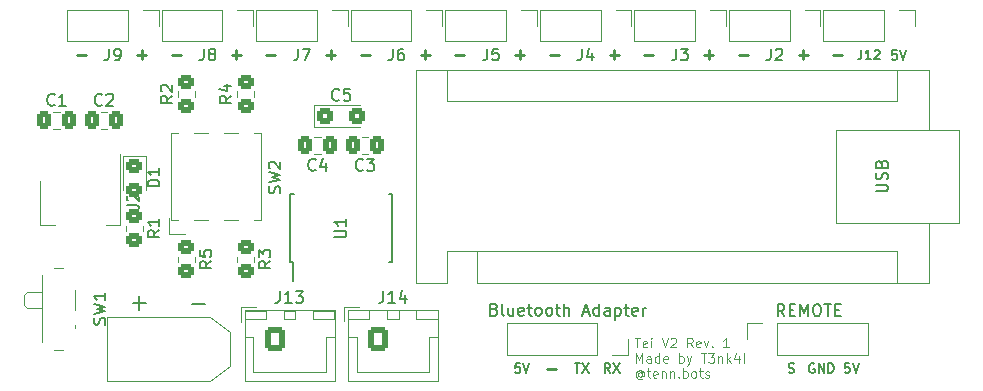
<source format=gbr>
%TF.GenerationSoftware,KiCad,Pcbnew,7.0.9*%
%TF.CreationDate,2024-01-21T19:27:48-06:00*%
%TF.ProjectId,Tei,5465692e-6b69-4636-9164-5f7063625858,1*%
%TF.SameCoordinates,Original*%
%TF.FileFunction,Legend,Top*%
%TF.FilePolarity,Positive*%
%FSLAX46Y46*%
G04 Gerber Fmt 4.6, Leading zero omitted, Abs format (unit mm)*
G04 Created by KiCad (PCBNEW 7.0.9) date 2024-01-21 19:27:48*
%MOMM*%
%LPD*%
G01*
G04 APERTURE LIST*
G04 Aperture macros list*
%AMRoundRect*
0 Rectangle with rounded corners*
0 $1 Rounding radius*
0 $2 $3 $4 $5 $6 $7 $8 $9 X,Y pos of 4 corners*
0 Add a 4 corners polygon primitive as box body*
4,1,4,$2,$3,$4,$5,$6,$7,$8,$9,$2,$3,0*
0 Add four circle primitives for the rounded corners*
1,1,$1+$1,$2,$3*
1,1,$1+$1,$4,$5*
1,1,$1+$1,$6,$7*
1,1,$1+$1,$8,$9*
0 Add four rect primitives between the rounded corners*
20,1,$1+$1,$2,$3,$4,$5,0*
20,1,$1+$1,$4,$5,$6,$7,0*
20,1,$1+$1,$6,$7,$8,$9,0*
20,1,$1+$1,$8,$9,$2,$3,0*%
G04 Aperture macros list end*
%ADD10C,0.250000*%
%ADD11C,0.150000*%
%ADD12C,0.125000*%
%ADD13C,0.120000*%
%ADD14R,1.700000X1.700000*%
%ADD15O,1.700000X1.700000*%
%ADD16RoundRect,0.250000X-0.450000X-0.425000X0.450000X-0.425000X0.450000X0.425000X-0.450000X0.425000X0*%
%ADD17RoundRect,0.250000X0.337500X0.475000X-0.337500X0.475000X-0.337500X-0.475000X0.337500X-0.475000X0*%
%ADD18RoundRect,0.250000X-0.450000X0.350000X-0.450000X-0.350000X0.450000X-0.350000X0.450000X0.350000X0*%
%ADD19RoundRect,0.250000X-0.337500X-0.475000X0.337500X-0.475000X0.337500X0.475000X-0.337500X0.475000X0*%
%ADD20R,0.450000X1.750000*%
%ADD21R,1.600000X1.600000*%
%ADD22O,1.600000X1.600000*%
%ADD23RoundRect,0.250000X0.450000X-0.350000X0.450000X0.350000X-0.450000X0.350000X-0.450000X-0.350000X0*%
%ADD24RoundRect,0.250000X-0.450000X0.325000X-0.450000X-0.325000X0.450000X-0.325000X0.450000X0.325000X0*%
%ADD25C,2.200000*%
%ADD26R,1.500000X2.000000*%
%ADD27R,3.800000X2.000000*%
%ADD28R,0.800000X1.000000*%
%ADD29C,0.900000*%
%ADD30R,1.500000X0.700000*%
%ADD31R,1.000000X2.500000*%
%ADD32R,3.800000X3.800000*%
%ADD33C,4.000000*%
%ADD34RoundRect,0.250000X-0.600000X-0.750000X0.600000X-0.750000X0.600000X0.750000X-0.600000X0.750000X0*%
%ADD35O,1.700000X2.000000*%
G04 APERTURE END LIST*
D10*
X53295955Y29191834D02*
X54057860Y29191834D01*
X53676907Y28810881D02*
X53676907Y29572786D01*
X56219080Y29191834D02*
X56980985Y29191834D01*
X37289705Y29191834D02*
X38051610Y29191834D01*
X37670657Y28810881D02*
X37670657Y29572786D01*
X13280330Y29191834D02*
X14042235Y29191834D01*
X13661282Y28810881D02*
X13661282Y29572786D01*
D11*
X73594987Y3081205D02*
X73214035Y3081205D01*
X73214035Y3081205D02*
X73175939Y2700253D01*
X73175939Y2700253D02*
X73214035Y2738348D01*
X73214035Y2738348D02*
X73290225Y2776443D01*
X73290225Y2776443D02*
X73480701Y2776443D01*
X73480701Y2776443D02*
X73556892Y2738348D01*
X73556892Y2738348D02*
X73594987Y2700253D01*
X73594987Y2700253D02*
X73633082Y2624062D01*
X73633082Y2624062D02*
X73633082Y2433586D01*
X73633082Y2433586D02*
X73594987Y2357396D01*
X73594987Y2357396D02*
X73556892Y2319300D01*
X73556892Y2319300D02*
X73480701Y2281205D01*
X73480701Y2281205D02*
X73290225Y2281205D01*
X73290225Y2281205D02*
X73214035Y2319300D01*
X73214035Y2319300D02*
X73175939Y2357396D01*
X73861654Y3081205D02*
X74128321Y2281205D01*
X74128321Y2281205D02*
X74394987Y3081205D01*
D10*
X61299080Y29191834D02*
X62060985Y29191834D01*
X61680032Y28810881D02*
X61680032Y29572786D01*
D11*
X70597844Y3043110D02*
X70521654Y3081205D01*
X70521654Y3081205D02*
X70407368Y3081205D01*
X70407368Y3081205D02*
X70293082Y3043110D01*
X70293082Y3043110D02*
X70216892Y2966920D01*
X70216892Y2966920D02*
X70178797Y2890729D01*
X70178797Y2890729D02*
X70140701Y2738348D01*
X70140701Y2738348D02*
X70140701Y2624062D01*
X70140701Y2624062D02*
X70178797Y2471681D01*
X70178797Y2471681D02*
X70216892Y2395491D01*
X70216892Y2395491D02*
X70293082Y2319300D01*
X70293082Y2319300D02*
X70407368Y2281205D01*
X70407368Y2281205D02*
X70483559Y2281205D01*
X70483559Y2281205D02*
X70597844Y2319300D01*
X70597844Y2319300D02*
X70635940Y2357396D01*
X70635940Y2357396D02*
X70635940Y2624062D01*
X70635940Y2624062D02*
X70483559Y2624062D01*
X70978797Y2281205D02*
X70978797Y3081205D01*
X70978797Y3081205D02*
X71435940Y2281205D01*
X71435940Y2281205D02*
X71435940Y3081205D01*
X71816892Y2281205D02*
X71816892Y3081205D01*
X71816892Y3081205D02*
X72007368Y3081205D01*
X72007368Y3081205D02*
X72121654Y3043110D01*
X72121654Y3043110D02*
X72197844Y2966920D01*
X72197844Y2966920D02*
X72235939Y2890729D01*
X72235939Y2890729D02*
X72274035Y2738348D01*
X72274035Y2738348D02*
X72274035Y2624062D01*
X72274035Y2624062D02*
X72235939Y2471681D01*
X72235939Y2471681D02*
X72197844Y2395491D01*
X72197844Y2395491D02*
X72121654Y2319300D01*
X72121654Y2319300D02*
X72007368Y2281205D01*
X72007368Y2281205D02*
X71816892Y2281205D01*
D10*
X72225330Y29191834D02*
X72987235Y29191834D01*
X48215955Y29191834D02*
X48977860Y29191834D01*
D11*
X77598112Y29581205D02*
X77217160Y29581205D01*
X77217160Y29581205D02*
X77179064Y29200253D01*
X77179064Y29200253D02*
X77217160Y29238348D01*
X77217160Y29238348D02*
X77293350Y29276443D01*
X77293350Y29276443D02*
X77483826Y29276443D01*
X77483826Y29276443D02*
X77560017Y29238348D01*
X77560017Y29238348D02*
X77598112Y29200253D01*
X77598112Y29200253D02*
X77636207Y29124062D01*
X77636207Y29124062D02*
X77636207Y28933586D01*
X77636207Y28933586D02*
X77598112Y28857396D01*
X77598112Y28857396D02*
X77560017Y28819300D01*
X77560017Y28819300D02*
X77483826Y28781205D01*
X77483826Y28781205D02*
X77293350Y28781205D01*
X77293350Y28781205D02*
X77217160Y28819300D01*
X77217160Y28819300D02*
X77179064Y28857396D01*
X77864779Y29581205D02*
X78131446Y28781205D01*
X78131446Y28781205D02*
X78398112Y29581205D01*
X45699987Y3081205D02*
X45319035Y3081205D01*
X45319035Y3081205D02*
X45280939Y2700253D01*
X45280939Y2700253D02*
X45319035Y2738348D01*
X45319035Y2738348D02*
X45395225Y2776443D01*
X45395225Y2776443D02*
X45585701Y2776443D01*
X45585701Y2776443D02*
X45661892Y2738348D01*
X45661892Y2738348D02*
X45699987Y2700253D01*
X45699987Y2700253D02*
X45738082Y2624062D01*
X45738082Y2624062D02*
X45738082Y2433586D01*
X45738082Y2433586D02*
X45699987Y2357396D01*
X45699987Y2357396D02*
X45661892Y2319300D01*
X45661892Y2319300D02*
X45585701Y2281205D01*
X45585701Y2281205D02*
X45395225Y2281205D01*
X45395225Y2281205D02*
X45319035Y2319300D01*
X45319035Y2319300D02*
X45280939Y2357396D01*
X45966654Y3081205D02*
X46233321Y2281205D01*
X46233321Y2281205D02*
X46499987Y3081205D01*
D10*
X21283455Y29191834D02*
X22045360Y29191834D01*
X21664407Y28810881D02*
X21664407Y29572786D01*
D11*
X50322844Y3081205D02*
X50779987Y3081205D01*
X50551415Y2281205D02*
X50551415Y3081205D01*
X50970463Y3081205D02*
X51503797Y2281205D01*
X51503797Y3081205D02*
X50970463Y2281205D01*
D10*
X32209705Y29191834D02*
X32971610Y29191834D01*
X69302205Y29191834D02*
X70064110Y29191834D01*
X69683157Y28810881D02*
X69683157Y29572786D01*
X47947205Y2625584D02*
X48709110Y2625584D01*
X16203455Y29191834D02*
X16965360Y29191834D01*
X29286580Y29191834D02*
X30048485Y29191834D01*
X29667532Y28810881D02*
X29667532Y29572786D01*
X40212830Y29191834D02*
X40974735Y29191834D01*
X8200330Y29191834D02*
X8962235Y29191834D01*
X24206580Y29191834D02*
X24968485Y29191834D01*
X64222205Y29191834D02*
X64984110Y29191834D01*
D12*
X55408426Y5230405D02*
X55865569Y5230405D01*
X55636997Y4430405D02*
X55636997Y5230405D01*
X56436998Y4468500D02*
X56360807Y4430405D01*
X56360807Y4430405D02*
X56208426Y4430405D01*
X56208426Y4430405D02*
X56132236Y4468500D01*
X56132236Y4468500D02*
X56094140Y4544691D01*
X56094140Y4544691D02*
X56094140Y4849453D01*
X56094140Y4849453D02*
X56132236Y4925643D01*
X56132236Y4925643D02*
X56208426Y4963739D01*
X56208426Y4963739D02*
X56360807Y4963739D01*
X56360807Y4963739D02*
X56436998Y4925643D01*
X56436998Y4925643D02*
X56475093Y4849453D01*
X56475093Y4849453D02*
X56475093Y4773262D01*
X56475093Y4773262D02*
X56094140Y4697072D01*
X56817950Y4430405D02*
X56817950Y4963739D01*
X56817950Y5230405D02*
X56779854Y5192310D01*
X56779854Y5192310D02*
X56817950Y5154215D01*
X56817950Y5154215D02*
X56856045Y5192310D01*
X56856045Y5192310D02*
X56817950Y5230405D01*
X56817950Y5230405D02*
X56817950Y5154215D01*
X57694140Y5230405D02*
X57960807Y4430405D01*
X57960807Y4430405D02*
X58227473Y5230405D01*
X58456044Y5154215D02*
X58494140Y5192310D01*
X58494140Y5192310D02*
X58570330Y5230405D01*
X58570330Y5230405D02*
X58760806Y5230405D01*
X58760806Y5230405D02*
X58836997Y5192310D01*
X58836997Y5192310D02*
X58875092Y5154215D01*
X58875092Y5154215D02*
X58913187Y5078024D01*
X58913187Y5078024D02*
X58913187Y5001834D01*
X58913187Y5001834D02*
X58875092Y4887548D01*
X58875092Y4887548D02*
X58417949Y4430405D01*
X58417949Y4430405D02*
X58913187Y4430405D01*
X60322712Y4430405D02*
X60056045Y4811358D01*
X59865569Y4430405D02*
X59865569Y5230405D01*
X59865569Y5230405D02*
X60170331Y5230405D01*
X60170331Y5230405D02*
X60246521Y5192310D01*
X60246521Y5192310D02*
X60284616Y5154215D01*
X60284616Y5154215D02*
X60322712Y5078024D01*
X60322712Y5078024D02*
X60322712Y4963739D01*
X60322712Y4963739D02*
X60284616Y4887548D01*
X60284616Y4887548D02*
X60246521Y4849453D01*
X60246521Y4849453D02*
X60170331Y4811358D01*
X60170331Y4811358D02*
X59865569Y4811358D01*
X60970331Y4468500D02*
X60894140Y4430405D01*
X60894140Y4430405D02*
X60741759Y4430405D01*
X60741759Y4430405D02*
X60665569Y4468500D01*
X60665569Y4468500D02*
X60627473Y4544691D01*
X60627473Y4544691D02*
X60627473Y4849453D01*
X60627473Y4849453D02*
X60665569Y4925643D01*
X60665569Y4925643D02*
X60741759Y4963739D01*
X60741759Y4963739D02*
X60894140Y4963739D01*
X60894140Y4963739D02*
X60970331Y4925643D01*
X60970331Y4925643D02*
X61008426Y4849453D01*
X61008426Y4849453D02*
X61008426Y4773262D01*
X61008426Y4773262D02*
X60627473Y4697072D01*
X61275092Y4963739D02*
X61465568Y4430405D01*
X61465568Y4430405D02*
X61656045Y4963739D01*
X61960807Y4506596D02*
X61998902Y4468500D01*
X61998902Y4468500D02*
X61960807Y4430405D01*
X61960807Y4430405D02*
X61922711Y4468500D01*
X61922711Y4468500D02*
X61960807Y4506596D01*
X61960807Y4506596D02*
X61960807Y4430405D01*
X63370330Y4430405D02*
X62913187Y4430405D01*
X63141759Y4430405D02*
X63141759Y5230405D01*
X63141759Y5230405D02*
X63065568Y5116120D01*
X63065568Y5116120D02*
X62989378Y5039929D01*
X62989378Y5039929D02*
X62913187Y5001834D01*
X55522712Y3142405D02*
X55522712Y3942405D01*
X55522712Y3942405D02*
X55789378Y3370977D01*
X55789378Y3370977D02*
X56056045Y3942405D01*
X56056045Y3942405D02*
X56056045Y3142405D01*
X56779855Y3142405D02*
X56779855Y3561453D01*
X56779855Y3561453D02*
X56741760Y3637643D01*
X56741760Y3637643D02*
X56665569Y3675739D01*
X56665569Y3675739D02*
X56513188Y3675739D01*
X56513188Y3675739D02*
X56436998Y3637643D01*
X56779855Y3180500D02*
X56703664Y3142405D01*
X56703664Y3142405D02*
X56513188Y3142405D01*
X56513188Y3142405D02*
X56436998Y3180500D01*
X56436998Y3180500D02*
X56398902Y3256691D01*
X56398902Y3256691D02*
X56398902Y3332881D01*
X56398902Y3332881D02*
X56436998Y3409072D01*
X56436998Y3409072D02*
X56513188Y3447167D01*
X56513188Y3447167D02*
X56703664Y3447167D01*
X56703664Y3447167D02*
X56779855Y3485262D01*
X57503665Y3142405D02*
X57503665Y3942405D01*
X57503665Y3180500D02*
X57427474Y3142405D01*
X57427474Y3142405D02*
X57275093Y3142405D01*
X57275093Y3142405D02*
X57198903Y3180500D01*
X57198903Y3180500D02*
X57160808Y3218596D01*
X57160808Y3218596D02*
X57122712Y3294786D01*
X57122712Y3294786D02*
X57122712Y3523358D01*
X57122712Y3523358D02*
X57160808Y3599548D01*
X57160808Y3599548D02*
X57198903Y3637643D01*
X57198903Y3637643D02*
X57275093Y3675739D01*
X57275093Y3675739D02*
X57427474Y3675739D01*
X57427474Y3675739D02*
X57503665Y3637643D01*
X58189380Y3180500D02*
X58113189Y3142405D01*
X58113189Y3142405D02*
X57960808Y3142405D01*
X57960808Y3142405D02*
X57884618Y3180500D01*
X57884618Y3180500D02*
X57846522Y3256691D01*
X57846522Y3256691D02*
X57846522Y3561453D01*
X57846522Y3561453D02*
X57884618Y3637643D01*
X57884618Y3637643D02*
X57960808Y3675739D01*
X57960808Y3675739D02*
X58113189Y3675739D01*
X58113189Y3675739D02*
X58189380Y3637643D01*
X58189380Y3637643D02*
X58227475Y3561453D01*
X58227475Y3561453D02*
X58227475Y3485262D01*
X58227475Y3485262D02*
X57846522Y3409072D01*
X59179856Y3142405D02*
X59179856Y3942405D01*
X59179856Y3637643D02*
X59256046Y3675739D01*
X59256046Y3675739D02*
X59408427Y3675739D01*
X59408427Y3675739D02*
X59484618Y3637643D01*
X59484618Y3637643D02*
X59522713Y3599548D01*
X59522713Y3599548D02*
X59560808Y3523358D01*
X59560808Y3523358D02*
X59560808Y3294786D01*
X59560808Y3294786D02*
X59522713Y3218596D01*
X59522713Y3218596D02*
X59484618Y3180500D01*
X59484618Y3180500D02*
X59408427Y3142405D01*
X59408427Y3142405D02*
X59256046Y3142405D01*
X59256046Y3142405D02*
X59179856Y3180500D01*
X59827475Y3675739D02*
X60017951Y3142405D01*
X60208428Y3675739D02*
X60017951Y3142405D01*
X60017951Y3142405D02*
X59941761Y2951929D01*
X59941761Y2951929D02*
X59903666Y2913834D01*
X59903666Y2913834D02*
X59827475Y2875739D01*
X61008428Y3942405D02*
X61465571Y3942405D01*
X61236999Y3142405D02*
X61236999Y3942405D01*
X61656047Y3942405D02*
X62151285Y3942405D01*
X62151285Y3942405D02*
X61884619Y3637643D01*
X61884619Y3637643D02*
X61998904Y3637643D01*
X61998904Y3637643D02*
X62075095Y3599548D01*
X62075095Y3599548D02*
X62113190Y3561453D01*
X62113190Y3561453D02*
X62151285Y3485262D01*
X62151285Y3485262D02*
X62151285Y3294786D01*
X62151285Y3294786D02*
X62113190Y3218596D01*
X62113190Y3218596D02*
X62075095Y3180500D01*
X62075095Y3180500D02*
X61998904Y3142405D01*
X61998904Y3142405D02*
X61770333Y3142405D01*
X61770333Y3142405D02*
X61694142Y3180500D01*
X61694142Y3180500D02*
X61656047Y3218596D01*
X62494143Y3675739D02*
X62494143Y3142405D01*
X62494143Y3599548D02*
X62532238Y3637643D01*
X62532238Y3637643D02*
X62608428Y3675739D01*
X62608428Y3675739D02*
X62722714Y3675739D01*
X62722714Y3675739D02*
X62798905Y3637643D01*
X62798905Y3637643D02*
X62837000Y3561453D01*
X62837000Y3561453D02*
X62837000Y3142405D01*
X63217953Y3142405D02*
X63217953Y3942405D01*
X63294143Y3447167D02*
X63522715Y3142405D01*
X63522715Y3675739D02*
X63217953Y3370977D01*
X64208429Y3675739D02*
X64208429Y3142405D01*
X64017953Y3980500D02*
X63827476Y3409072D01*
X63827476Y3409072D02*
X64322715Y3409072D01*
X64627477Y3142405D02*
X64627477Y3942405D01*
X56017950Y2235358D02*
X55979855Y2273453D01*
X55979855Y2273453D02*
X55903664Y2311548D01*
X55903664Y2311548D02*
X55827474Y2311548D01*
X55827474Y2311548D02*
X55751283Y2273453D01*
X55751283Y2273453D02*
X55713188Y2235358D01*
X55713188Y2235358D02*
X55675093Y2159167D01*
X55675093Y2159167D02*
X55675093Y2082977D01*
X55675093Y2082977D02*
X55713188Y2006786D01*
X55713188Y2006786D02*
X55751283Y1968691D01*
X55751283Y1968691D02*
X55827474Y1930596D01*
X55827474Y1930596D02*
X55903664Y1930596D01*
X55903664Y1930596D02*
X55979855Y1968691D01*
X55979855Y1968691D02*
X56017950Y2006786D01*
X56017950Y2311548D02*
X56017950Y2006786D01*
X56017950Y2006786D02*
X56056045Y1968691D01*
X56056045Y1968691D02*
X56094140Y1968691D01*
X56094140Y1968691D02*
X56170331Y2006786D01*
X56170331Y2006786D02*
X56208426Y2082977D01*
X56208426Y2082977D02*
X56208426Y2273453D01*
X56208426Y2273453D02*
X56132236Y2387739D01*
X56132236Y2387739D02*
X56017950Y2463929D01*
X56017950Y2463929D02*
X55865569Y2502024D01*
X55865569Y2502024D02*
X55713188Y2463929D01*
X55713188Y2463929D02*
X55598902Y2387739D01*
X55598902Y2387739D02*
X55522712Y2273453D01*
X55522712Y2273453D02*
X55484616Y2121072D01*
X55484616Y2121072D02*
X55522712Y1968691D01*
X55522712Y1968691D02*
X55598902Y1854405D01*
X55598902Y1854405D02*
X55713188Y1778215D01*
X55713188Y1778215D02*
X55865569Y1740120D01*
X55865569Y1740120D02*
X56017950Y1778215D01*
X56017950Y1778215D02*
X56132236Y1854405D01*
X56436997Y2387739D02*
X56741759Y2387739D01*
X56551283Y2654405D02*
X56551283Y1968691D01*
X56551283Y1968691D02*
X56589378Y1892500D01*
X56589378Y1892500D02*
X56665568Y1854405D01*
X56665568Y1854405D02*
X56741759Y1854405D01*
X57313188Y1892500D02*
X57236997Y1854405D01*
X57236997Y1854405D02*
X57084616Y1854405D01*
X57084616Y1854405D02*
X57008426Y1892500D01*
X57008426Y1892500D02*
X56970330Y1968691D01*
X56970330Y1968691D02*
X56970330Y2273453D01*
X56970330Y2273453D02*
X57008426Y2349643D01*
X57008426Y2349643D02*
X57084616Y2387739D01*
X57084616Y2387739D02*
X57236997Y2387739D01*
X57236997Y2387739D02*
X57313188Y2349643D01*
X57313188Y2349643D02*
X57351283Y2273453D01*
X57351283Y2273453D02*
X57351283Y2197262D01*
X57351283Y2197262D02*
X56970330Y2121072D01*
X57694140Y2387739D02*
X57694140Y1854405D01*
X57694140Y2311548D02*
X57732235Y2349643D01*
X57732235Y2349643D02*
X57808425Y2387739D01*
X57808425Y2387739D02*
X57922711Y2387739D01*
X57922711Y2387739D02*
X57998902Y2349643D01*
X57998902Y2349643D02*
X58036997Y2273453D01*
X58036997Y2273453D02*
X58036997Y1854405D01*
X58417950Y2387739D02*
X58417950Y1854405D01*
X58417950Y2311548D02*
X58456045Y2349643D01*
X58456045Y2349643D02*
X58532235Y2387739D01*
X58532235Y2387739D02*
X58646521Y2387739D01*
X58646521Y2387739D02*
X58722712Y2349643D01*
X58722712Y2349643D02*
X58760807Y2273453D01*
X58760807Y2273453D02*
X58760807Y1854405D01*
X59141760Y1930596D02*
X59179855Y1892500D01*
X59179855Y1892500D02*
X59141760Y1854405D01*
X59141760Y1854405D02*
X59103664Y1892500D01*
X59103664Y1892500D02*
X59141760Y1930596D01*
X59141760Y1930596D02*
X59141760Y1854405D01*
X59522712Y1854405D02*
X59522712Y2654405D01*
X59522712Y2349643D02*
X59598902Y2387739D01*
X59598902Y2387739D02*
X59751283Y2387739D01*
X59751283Y2387739D02*
X59827474Y2349643D01*
X59827474Y2349643D02*
X59865569Y2311548D01*
X59865569Y2311548D02*
X59903664Y2235358D01*
X59903664Y2235358D02*
X59903664Y2006786D01*
X59903664Y2006786D02*
X59865569Y1930596D01*
X59865569Y1930596D02*
X59827474Y1892500D01*
X59827474Y1892500D02*
X59751283Y1854405D01*
X59751283Y1854405D02*
X59598902Y1854405D01*
X59598902Y1854405D02*
X59522712Y1892500D01*
X60360807Y1854405D02*
X60284617Y1892500D01*
X60284617Y1892500D02*
X60246522Y1930596D01*
X60246522Y1930596D02*
X60208426Y2006786D01*
X60208426Y2006786D02*
X60208426Y2235358D01*
X60208426Y2235358D02*
X60246522Y2311548D01*
X60246522Y2311548D02*
X60284617Y2349643D01*
X60284617Y2349643D02*
X60360807Y2387739D01*
X60360807Y2387739D02*
X60475093Y2387739D01*
X60475093Y2387739D02*
X60551284Y2349643D01*
X60551284Y2349643D02*
X60589379Y2311548D01*
X60589379Y2311548D02*
X60627474Y2235358D01*
X60627474Y2235358D02*
X60627474Y2006786D01*
X60627474Y2006786D02*
X60589379Y1930596D01*
X60589379Y1930596D02*
X60551284Y1892500D01*
X60551284Y1892500D02*
X60475093Y1854405D01*
X60475093Y1854405D02*
X60360807Y1854405D01*
X60856046Y2387739D02*
X61160808Y2387739D01*
X60970332Y2654405D02*
X60970332Y1968691D01*
X60970332Y1968691D02*
X61008427Y1892500D01*
X61008427Y1892500D02*
X61084617Y1854405D01*
X61084617Y1854405D02*
X61160808Y1854405D01*
X61389379Y1892500D02*
X61465570Y1854405D01*
X61465570Y1854405D02*
X61617951Y1854405D01*
X61617951Y1854405D02*
X61694141Y1892500D01*
X61694141Y1892500D02*
X61732237Y1968691D01*
X61732237Y1968691D02*
X61732237Y2006786D01*
X61732237Y2006786D02*
X61694141Y2082977D01*
X61694141Y2082977D02*
X61617951Y2121072D01*
X61617951Y2121072D02*
X61503665Y2121072D01*
X61503665Y2121072D02*
X61427475Y2159167D01*
X61427475Y2159167D02*
X61389379Y2235358D01*
X61389379Y2235358D02*
X61389379Y2273453D01*
X61389379Y2273453D02*
X61427475Y2349643D01*
X61427475Y2349643D02*
X61503665Y2387739D01*
X61503665Y2387739D02*
X61617951Y2387739D01*
X61617951Y2387739D02*
X61694141Y2349643D01*
D11*
X53339035Y2281205D02*
X53072368Y2662158D01*
X52881892Y2281205D02*
X52881892Y3081205D01*
X52881892Y3081205D02*
X53186654Y3081205D01*
X53186654Y3081205D02*
X53262844Y3043110D01*
X53262844Y3043110D02*
X53300939Y3005015D01*
X53300939Y3005015D02*
X53339035Y2928824D01*
X53339035Y2928824D02*
X53339035Y2814539D01*
X53339035Y2814539D02*
X53300939Y2738348D01*
X53300939Y2738348D02*
X53262844Y2700253D01*
X53262844Y2700253D02*
X53186654Y2662158D01*
X53186654Y2662158D02*
X52881892Y2662158D01*
X53605701Y3081205D02*
X54139035Y2281205D01*
X54139035Y3081205D02*
X53605701Y2281205D01*
D10*
X45292830Y29191834D02*
X46054735Y29191834D01*
X45673782Y28810881D02*
X45673782Y29572786D01*
D11*
X68438796Y2319300D02*
X68553082Y2281205D01*
X68553082Y2281205D02*
X68743558Y2281205D01*
X68743558Y2281205D02*
X68819749Y2319300D01*
X68819749Y2319300D02*
X68857844Y2357396D01*
X68857844Y2357396D02*
X68895939Y2433586D01*
X68895939Y2433586D02*
X68895939Y2509777D01*
X68895939Y2509777D02*
X68857844Y2585967D01*
X68857844Y2585967D02*
X68819749Y2624062D01*
X68819749Y2624062D02*
X68743558Y2662158D01*
X68743558Y2662158D02*
X68591177Y2700253D01*
X68591177Y2700253D02*
X68514987Y2738348D01*
X68514987Y2738348D02*
X68476892Y2776443D01*
X68476892Y2776443D02*
X68438796Y2852634D01*
X68438796Y2852634D02*
X68438796Y2928824D01*
X68438796Y2928824D02*
X68476892Y3005015D01*
X68476892Y3005015D02*
X68514987Y3043110D01*
X68514987Y3043110D02*
X68591177Y3081205D01*
X68591177Y3081205D02*
X68781654Y3081205D01*
X68781654Y3081205D02*
X68895939Y3043110D01*
X26904725Y29720681D02*
X26904725Y29006396D01*
X26904725Y29006396D02*
X26857106Y28863539D01*
X26857106Y28863539D02*
X26761868Y28768300D01*
X26761868Y28768300D02*
X26619011Y28720681D01*
X26619011Y28720681D02*
X26523773Y28720681D01*
X27285678Y29720681D02*
X27952344Y29720681D01*
X27952344Y29720681D02*
X27523773Y28720681D01*
X30392017Y25415920D02*
X30344398Y25368300D01*
X30344398Y25368300D02*
X30201541Y25320681D01*
X30201541Y25320681D02*
X30106303Y25320681D01*
X30106303Y25320681D02*
X29963446Y25368300D01*
X29963446Y25368300D02*
X29868208Y25463539D01*
X29868208Y25463539D02*
X29820589Y25558777D01*
X29820589Y25558777D02*
X29772970Y25749253D01*
X29772970Y25749253D02*
X29772970Y25892110D01*
X29772970Y25892110D02*
X29820589Y26082586D01*
X29820589Y26082586D02*
X29868208Y26177824D01*
X29868208Y26177824D02*
X29963446Y26273062D01*
X29963446Y26273062D02*
X30106303Y26320681D01*
X30106303Y26320681D02*
X30201541Y26320681D01*
X30201541Y26320681D02*
X30344398Y26273062D01*
X30344398Y26273062D02*
X30392017Y26225443D01*
X31296779Y26320681D02*
X30820589Y26320681D01*
X30820589Y26320681D02*
X30772970Y25844491D01*
X30772970Y25844491D02*
X30820589Y25892110D01*
X30820589Y25892110D02*
X30915827Y25939729D01*
X30915827Y25939729D02*
X31153922Y25939729D01*
X31153922Y25939729D02*
X31249160Y25892110D01*
X31249160Y25892110D02*
X31296779Y25844491D01*
X31296779Y25844491D02*
X31344398Y25749253D01*
X31344398Y25749253D02*
X31344398Y25511158D01*
X31344398Y25511158D02*
X31296779Y25415920D01*
X31296779Y25415920D02*
X31249160Y25368300D01*
X31249160Y25368300D02*
X31153922Y25320681D01*
X31153922Y25320681D02*
X30915827Y25320681D01*
X30915827Y25320681D02*
X30820589Y25368300D01*
X30820589Y25368300D02*
X30772970Y25415920D01*
X32392017Y19485920D02*
X32344398Y19438300D01*
X32344398Y19438300D02*
X32201541Y19390681D01*
X32201541Y19390681D02*
X32106303Y19390681D01*
X32106303Y19390681D02*
X31963446Y19438300D01*
X31963446Y19438300D02*
X31868208Y19533539D01*
X31868208Y19533539D02*
X31820589Y19628777D01*
X31820589Y19628777D02*
X31772970Y19819253D01*
X31772970Y19819253D02*
X31772970Y19962110D01*
X31772970Y19962110D02*
X31820589Y20152586D01*
X31820589Y20152586D02*
X31868208Y20247824D01*
X31868208Y20247824D02*
X31963446Y20343062D01*
X31963446Y20343062D02*
X32106303Y20390681D01*
X32106303Y20390681D02*
X32201541Y20390681D01*
X32201541Y20390681D02*
X32344398Y20343062D01*
X32344398Y20343062D02*
X32392017Y20295443D01*
X32725351Y20390681D02*
X33344398Y20390681D01*
X33344398Y20390681D02*
X33011065Y20009729D01*
X33011065Y20009729D02*
X33153922Y20009729D01*
X33153922Y20009729D02*
X33249160Y19962110D01*
X33249160Y19962110D02*
X33296779Y19914491D01*
X33296779Y19914491D02*
X33344398Y19819253D01*
X33344398Y19819253D02*
X33344398Y19581158D01*
X33344398Y19581158D02*
X33296779Y19485920D01*
X33296779Y19485920D02*
X33249160Y19438300D01*
X33249160Y19438300D02*
X33153922Y19390681D01*
X33153922Y19390681D02*
X32868208Y19390681D01*
X32868208Y19390681D02*
X32772970Y19438300D01*
X32772970Y19438300D02*
X32725351Y19485920D01*
X34907850Y29720681D02*
X34907850Y29006396D01*
X34907850Y29006396D02*
X34860231Y28863539D01*
X34860231Y28863539D02*
X34764993Y28768300D01*
X34764993Y28768300D02*
X34622136Y28720681D01*
X34622136Y28720681D02*
X34526898Y28720681D01*
X35812612Y29720681D02*
X35622136Y29720681D01*
X35622136Y29720681D02*
X35526898Y29673062D01*
X35526898Y29673062D02*
X35479279Y29625443D01*
X35479279Y29625443D02*
X35384041Y29482586D01*
X35384041Y29482586D02*
X35336422Y29292110D01*
X35336422Y29292110D02*
X35336422Y28911158D01*
X35336422Y28911158D02*
X35384041Y28815920D01*
X35384041Y28815920D02*
X35431660Y28768300D01*
X35431660Y28768300D02*
X35526898Y28720681D01*
X35526898Y28720681D02*
X35717374Y28720681D01*
X35717374Y28720681D02*
X35812612Y28768300D01*
X35812612Y28768300D02*
X35860231Y28815920D01*
X35860231Y28815920D02*
X35907850Y28911158D01*
X35907850Y28911158D02*
X35907850Y29149253D01*
X35907850Y29149253D02*
X35860231Y29244491D01*
X35860231Y29244491D02*
X35812612Y29292110D01*
X35812612Y29292110D02*
X35717374Y29339729D01*
X35717374Y29339729D02*
X35526898Y29339729D01*
X35526898Y29339729D02*
X35431660Y29292110D01*
X35431660Y29292110D02*
X35384041Y29244491D01*
X35384041Y29244491D02*
X35336422Y29149253D01*
X19563503Y11728834D02*
X19087312Y11395501D01*
X19563503Y11157406D02*
X18563503Y11157406D01*
X18563503Y11157406D02*
X18563503Y11538358D01*
X18563503Y11538358D02*
X18611122Y11633596D01*
X18611122Y11633596D02*
X18658741Y11681215D01*
X18658741Y11681215D02*
X18753979Y11728834D01*
X18753979Y11728834D02*
X18896836Y11728834D01*
X18896836Y11728834D02*
X18992074Y11681215D01*
X18992074Y11681215D02*
X19039693Y11633596D01*
X19039693Y11633596D02*
X19087312Y11538358D01*
X19087312Y11538358D02*
X19087312Y11157406D01*
X18563503Y12633596D02*
X18563503Y12157406D01*
X18563503Y12157406D02*
X19039693Y12109787D01*
X19039693Y12109787D02*
X18992074Y12157406D01*
X18992074Y12157406D02*
X18944455Y12252644D01*
X18944455Y12252644D02*
X18944455Y12490739D01*
X18944455Y12490739D02*
X18992074Y12585977D01*
X18992074Y12585977D02*
X19039693Y12633596D01*
X19039693Y12633596D02*
X19134931Y12681215D01*
X19134931Y12681215D02*
X19373026Y12681215D01*
X19373026Y12681215D02*
X19468264Y12633596D01*
X19468264Y12633596D02*
X19515884Y12585977D01*
X19515884Y12585977D02*
X19563503Y12490739D01*
X19563503Y12490739D02*
X19563503Y12252644D01*
X19563503Y12252644D02*
X19515884Y12157406D01*
X19515884Y12157406D02*
X19468264Y12109787D01*
X42910975Y29720681D02*
X42910975Y29006396D01*
X42910975Y29006396D02*
X42863356Y28863539D01*
X42863356Y28863539D02*
X42768118Y28768300D01*
X42768118Y28768300D02*
X42625261Y28720681D01*
X42625261Y28720681D02*
X42530023Y28720681D01*
X43863356Y29720681D02*
X43387166Y29720681D01*
X43387166Y29720681D02*
X43339547Y29244491D01*
X43339547Y29244491D02*
X43387166Y29292110D01*
X43387166Y29292110D02*
X43482404Y29339729D01*
X43482404Y29339729D02*
X43720499Y29339729D01*
X43720499Y29339729D02*
X43815737Y29292110D01*
X43815737Y29292110D02*
X43863356Y29244491D01*
X43863356Y29244491D02*
X43910975Y29149253D01*
X43910975Y29149253D02*
X43910975Y28911158D01*
X43910975Y28911158D02*
X43863356Y28815920D01*
X43863356Y28815920D02*
X43815737Y28768300D01*
X43815737Y28768300D02*
X43720499Y28720681D01*
X43720499Y28720681D02*
X43482404Y28720681D01*
X43482404Y28720681D02*
X43387166Y28768300D01*
X43387166Y28768300D02*
X43339547Y28815920D01*
X28392017Y19485920D02*
X28344398Y19438300D01*
X28344398Y19438300D02*
X28201541Y19390681D01*
X28201541Y19390681D02*
X28106303Y19390681D01*
X28106303Y19390681D02*
X27963446Y19438300D01*
X27963446Y19438300D02*
X27868208Y19533539D01*
X27868208Y19533539D02*
X27820589Y19628777D01*
X27820589Y19628777D02*
X27772970Y19819253D01*
X27772970Y19819253D02*
X27772970Y19962110D01*
X27772970Y19962110D02*
X27820589Y20152586D01*
X27820589Y20152586D02*
X27868208Y20247824D01*
X27868208Y20247824D02*
X27963446Y20343062D01*
X27963446Y20343062D02*
X28106303Y20390681D01*
X28106303Y20390681D02*
X28201541Y20390681D01*
X28201541Y20390681D02*
X28344398Y20343062D01*
X28344398Y20343062D02*
X28392017Y20295443D01*
X29249160Y20057348D02*
X29249160Y19390681D01*
X29011065Y20438300D02*
X28772970Y19724015D01*
X28772970Y19724015D02*
X29392017Y19724015D01*
X6292017Y24984533D02*
X6244398Y24936913D01*
X6244398Y24936913D02*
X6101541Y24889294D01*
X6101541Y24889294D02*
X6006303Y24889294D01*
X6006303Y24889294D02*
X5863446Y24936913D01*
X5863446Y24936913D02*
X5768208Y25032152D01*
X5768208Y25032152D02*
X5720589Y25127390D01*
X5720589Y25127390D02*
X5672970Y25317866D01*
X5672970Y25317866D02*
X5672970Y25460723D01*
X5672970Y25460723D02*
X5720589Y25651199D01*
X5720589Y25651199D02*
X5768208Y25746437D01*
X5768208Y25746437D02*
X5863446Y25841675D01*
X5863446Y25841675D02*
X6006303Y25889294D01*
X6006303Y25889294D02*
X6101541Y25889294D01*
X6101541Y25889294D02*
X6244398Y25841675D01*
X6244398Y25841675D02*
X6292017Y25794056D01*
X7244398Y24889294D02*
X6672970Y24889294D01*
X6958684Y24889294D02*
X6958684Y25889294D01*
X6958684Y25889294D02*
X6863446Y25746437D01*
X6863446Y25746437D02*
X6768208Y25651199D01*
X6768208Y25651199D02*
X6672970Y25603580D01*
X50914100Y29720681D02*
X50914100Y29006396D01*
X50914100Y29006396D02*
X50866481Y28863539D01*
X50866481Y28863539D02*
X50771243Y28768300D01*
X50771243Y28768300D02*
X50628386Y28720681D01*
X50628386Y28720681D02*
X50533148Y28720681D01*
X51818862Y29387348D02*
X51818862Y28720681D01*
X51580767Y29768300D02*
X51342672Y29054015D01*
X51342672Y29054015D02*
X51961719Y29054015D01*
X29973503Y13743595D02*
X30783026Y13743595D01*
X30783026Y13743595D02*
X30878264Y13791214D01*
X30878264Y13791214D02*
X30925884Y13838833D01*
X30925884Y13838833D02*
X30973503Y13934071D01*
X30973503Y13934071D02*
X30973503Y14124547D01*
X30973503Y14124547D02*
X30925884Y14219785D01*
X30925884Y14219785D02*
X30878264Y14267404D01*
X30878264Y14267404D02*
X30783026Y14315023D01*
X30783026Y14315023D02*
X29973503Y14315023D01*
X30973503Y15315023D02*
X30973503Y14743595D01*
X30973503Y15029309D02*
X29973503Y15029309D01*
X29973503Y15029309D02*
X30116360Y14934071D01*
X30116360Y14934071D02*
X30211598Y14838833D01*
X30211598Y14838833D02*
X30259217Y14743595D01*
X75833503Y17643596D02*
X76643026Y17643596D01*
X76643026Y17643596D02*
X76738264Y17691215D01*
X76738264Y17691215D02*
X76785884Y17738834D01*
X76785884Y17738834D02*
X76833503Y17834072D01*
X76833503Y17834072D02*
X76833503Y18024548D01*
X76833503Y18024548D02*
X76785884Y18119786D01*
X76785884Y18119786D02*
X76738264Y18167405D01*
X76738264Y18167405D02*
X76643026Y18215024D01*
X76643026Y18215024D02*
X75833503Y18215024D01*
X76785884Y18643596D02*
X76833503Y18786453D01*
X76833503Y18786453D02*
X76833503Y19024548D01*
X76833503Y19024548D02*
X76785884Y19119786D01*
X76785884Y19119786D02*
X76738264Y19167405D01*
X76738264Y19167405D02*
X76643026Y19215024D01*
X76643026Y19215024D02*
X76547788Y19215024D01*
X76547788Y19215024D02*
X76452550Y19167405D01*
X76452550Y19167405D02*
X76404931Y19119786D01*
X76404931Y19119786D02*
X76357312Y19024548D01*
X76357312Y19024548D02*
X76309693Y18834072D01*
X76309693Y18834072D02*
X76262074Y18738834D01*
X76262074Y18738834D02*
X76214455Y18691215D01*
X76214455Y18691215D02*
X76119217Y18643596D01*
X76119217Y18643596D02*
X76023979Y18643596D01*
X76023979Y18643596D02*
X75928741Y18691215D01*
X75928741Y18691215D02*
X75881122Y18738834D01*
X75881122Y18738834D02*
X75833503Y18834072D01*
X75833503Y18834072D02*
X75833503Y19072167D01*
X75833503Y19072167D02*
X75881122Y19215024D01*
X76309693Y19976929D02*
X76357312Y20119786D01*
X76357312Y20119786D02*
X76404931Y20167405D01*
X76404931Y20167405D02*
X76500169Y20215024D01*
X76500169Y20215024D02*
X76643026Y20215024D01*
X76643026Y20215024D02*
X76738264Y20167405D01*
X76738264Y20167405D02*
X76785884Y20119786D01*
X76785884Y20119786D02*
X76833503Y20024548D01*
X76833503Y20024548D02*
X76833503Y19643596D01*
X76833503Y19643596D02*
X75833503Y19643596D01*
X75833503Y19643596D02*
X75833503Y19976929D01*
X75833503Y19976929D02*
X75881122Y20072167D01*
X75881122Y20072167D02*
X75928741Y20119786D01*
X75928741Y20119786D02*
X76023979Y20167405D01*
X76023979Y20167405D02*
X76119217Y20167405D01*
X76119217Y20167405D02*
X76214455Y20119786D01*
X76214455Y20119786D02*
X76262074Y20072167D01*
X76262074Y20072167D02*
X76309693Y19976929D01*
X76309693Y19976929D02*
X76309693Y19643596D01*
X16263503Y25728834D02*
X15787312Y25395501D01*
X16263503Y25157406D02*
X15263503Y25157406D01*
X15263503Y25157406D02*
X15263503Y25538358D01*
X15263503Y25538358D02*
X15311122Y25633596D01*
X15311122Y25633596D02*
X15358741Y25681215D01*
X15358741Y25681215D02*
X15453979Y25728834D01*
X15453979Y25728834D02*
X15596836Y25728834D01*
X15596836Y25728834D02*
X15692074Y25681215D01*
X15692074Y25681215D02*
X15739693Y25633596D01*
X15739693Y25633596D02*
X15787312Y25538358D01*
X15787312Y25538358D02*
X15787312Y25157406D01*
X15358741Y26109787D02*
X15311122Y26157406D01*
X15311122Y26157406D02*
X15263503Y26252644D01*
X15263503Y26252644D02*
X15263503Y26490739D01*
X15263503Y26490739D02*
X15311122Y26585977D01*
X15311122Y26585977D02*
X15358741Y26633596D01*
X15358741Y26633596D02*
X15453979Y26681215D01*
X15453979Y26681215D02*
X15549217Y26681215D01*
X15549217Y26681215D02*
X15692074Y26633596D01*
X15692074Y26633596D02*
X16263503Y26062168D01*
X16263503Y26062168D02*
X16263503Y26681215D01*
X43523206Y7644491D02*
X43666063Y7596872D01*
X43666063Y7596872D02*
X43713682Y7549253D01*
X43713682Y7549253D02*
X43761301Y7454015D01*
X43761301Y7454015D02*
X43761301Y7311158D01*
X43761301Y7311158D02*
X43713682Y7215920D01*
X43713682Y7215920D02*
X43666063Y7168300D01*
X43666063Y7168300D02*
X43570825Y7120681D01*
X43570825Y7120681D02*
X43189873Y7120681D01*
X43189873Y7120681D02*
X43189873Y8120681D01*
X43189873Y8120681D02*
X43523206Y8120681D01*
X43523206Y8120681D02*
X43618444Y8073062D01*
X43618444Y8073062D02*
X43666063Y8025443D01*
X43666063Y8025443D02*
X43713682Y7930205D01*
X43713682Y7930205D02*
X43713682Y7834967D01*
X43713682Y7834967D02*
X43666063Y7739729D01*
X43666063Y7739729D02*
X43618444Y7692110D01*
X43618444Y7692110D02*
X43523206Y7644491D01*
X43523206Y7644491D02*
X43189873Y7644491D01*
X44332730Y7120681D02*
X44237492Y7168300D01*
X44237492Y7168300D02*
X44189873Y7263539D01*
X44189873Y7263539D02*
X44189873Y8120681D01*
X45142254Y7787348D02*
X45142254Y7120681D01*
X44713683Y7787348D02*
X44713683Y7263539D01*
X44713683Y7263539D02*
X44761302Y7168300D01*
X44761302Y7168300D02*
X44856540Y7120681D01*
X44856540Y7120681D02*
X44999397Y7120681D01*
X44999397Y7120681D02*
X45094635Y7168300D01*
X45094635Y7168300D02*
X45142254Y7215920D01*
X45999397Y7168300D02*
X45904159Y7120681D01*
X45904159Y7120681D02*
X45713683Y7120681D01*
X45713683Y7120681D02*
X45618445Y7168300D01*
X45618445Y7168300D02*
X45570826Y7263539D01*
X45570826Y7263539D02*
X45570826Y7644491D01*
X45570826Y7644491D02*
X45618445Y7739729D01*
X45618445Y7739729D02*
X45713683Y7787348D01*
X45713683Y7787348D02*
X45904159Y7787348D01*
X45904159Y7787348D02*
X45999397Y7739729D01*
X45999397Y7739729D02*
X46047016Y7644491D01*
X46047016Y7644491D02*
X46047016Y7549253D01*
X46047016Y7549253D02*
X45570826Y7454015D01*
X46332731Y7787348D02*
X46713683Y7787348D01*
X46475588Y8120681D02*
X46475588Y7263539D01*
X46475588Y7263539D02*
X46523207Y7168300D01*
X46523207Y7168300D02*
X46618445Y7120681D01*
X46618445Y7120681D02*
X46713683Y7120681D01*
X47189874Y7120681D02*
X47094636Y7168300D01*
X47094636Y7168300D02*
X47047017Y7215920D01*
X47047017Y7215920D02*
X46999398Y7311158D01*
X46999398Y7311158D02*
X46999398Y7596872D01*
X46999398Y7596872D02*
X47047017Y7692110D01*
X47047017Y7692110D02*
X47094636Y7739729D01*
X47094636Y7739729D02*
X47189874Y7787348D01*
X47189874Y7787348D02*
X47332731Y7787348D01*
X47332731Y7787348D02*
X47427969Y7739729D01*
X47427969Y7739729D02*
X47475588Y7692110D01*
X47475588Y7692110D02*
X47523207Y7596872D01*
X47523207Y7596872D02*
X47523207Y7311158D01*
X47523207Y7311158D02*
X47475588Y7215920D01*
X47475588Y7215920D02*
X47427969Y7168300D01*
X47427969Y7168300D02*
X47332731Y7120681D01*
X47332731Y7120681D02*
X47189874Y7120681D01*
X48094636Y7120681D02*
X47999398Y7168300D01*
X47999398Y7168300D02*
X47951779Y7215920D01*
X47951779Y7215920D02*
X47904160Y7311158D01*
X47904160Y7311158D02*
X47904160Y7596872D01*
X47904160Y7596872D02*
X47951779Y7692110D01*
X47951779Y7692110D02*
X47999398Y7739729D01*
X47999398Y7739729D02*
X48094636Y7787348D01*
X48094636Y7787348D02*
X48237493Y7787348D01*
X48237493Y7787348D02*
X48332731Y7739729D01*
X48332731Y7739729D02*
X48380350Y7692110D01*
X48380350Y7692110D02*
X48427969Y7596872D01*
X48427969Y7596872D02*
X48427969Y7311158D01*
X48427969Y7311158D02*
X48380350Y7215920D01*
X48380350Y7215920D02*
X48332731Y7168300D01*
X48332731Y7168300D02*
X48237493Y7120681D01*
X48237493Y7120681D02*
X48094636Y7120681D01*
X48713684Y7787348D02*
X49094636Y7787348D01*
X48856541Y8120681D02*
X48856541Y7263539D01*
X48856541Y7263539D02*
X48904160Y7168300D01*
X48904160Y7168300D02*
X48999398Y7120681D01*
X48999398Y7120681D02*
X49094636Y7120681D01*
X49427970Y7120681D02*
X49427970Y8120681D01*
X49856541Y7120681D02*
X49856541Y7644491D01*
X49856541Y7644491D02*
X49808922Y7739729D01*
X49808922Y7739729D02*
X49713684Y7787348D01*
X49713684Y7787348D02*
X49570827Y7787348D01*
X49570827Y7787348D02*
X49475589Y7739729D01*
X49475589Y7739729D02*
X49427970Y7692110D01*
X51047018Y7406396D02*
X51523208Y7406396D01*
X50951780Y7120681D02*
X51285113Y8120681D01*
X51285113Y8120681D02*
X51618446Y7120681D01*
X52380351Y7120681D02*
X52380351Y8120681D01*
X52380351Y7168300D02*
X52285113Y7120681D01*
X52285113Y7120681D02*
X52094637Y7120681D01*
X52094637Y7120681D02*
X51999399Y7168300D01*
X51999399Y7168300D02*
X51951780Y7215920D01*
X51951780Y7215920D02*
X51904161Y7311158D01*
X51904161Y7311158D02*
X51904161Y7596872D01*
X51904161Y7596872D02*
X51951780Y7692110D01*
X51951780Y7692110D02*
X51999399Y7739729D01*
X51999399Y7739729D02*
X52094637Y7787348D01*
X52094637Y7787348D02*
X52285113Y7787348D01*
X52285113Y7787348D02*
X52380351Y7739729D01*
X53285113Y7120681D02*
X53285113Y7644491D01*
X53285113Y7644491D02*
X53237494Y7739729D01*
X53237494Y7739729D02*
X53142256Y7787348D01*
X53142256Y7787348D02*
X52951780Y7787348D01*
X52951780Y7787348D02*
X52856542Y7739729D01*
X53285113Y7168300D02*
X53189875Y7120681D01*
X53189875Y7120681D02*
X52951780Y7120681D01*
X52951780Y7120681D02*
X52856542Y7168300D01*
X52856542Y7168300D02*
X52808923Y7263539D01*
X52808923Y7263539D02*
X52808923Y7358777D01*
X52808923Y7358777D02*
X52856542Y7454015D01*
X52856542Y7454015D02*
X52951780Y7501634D01*
X52951780Y7501634D02*
X53189875Y7501634D01*
X53189875Y7501634D02*
X53285113Y7549253D01*
X53761304Y7787348D02*
X53761304Y6787348D01*
X53761304Y7739729D02*
X53856542Y7787348D01*
X53856542Y7787348D02*
X54047018Y7787348D01*
X54047018Y7787348D02*
X54142256Y7739729D01*
X54142256Y7739729D02*
X54189875Y7692110D01*
X54189875Y7692110D02*
X54237494Y7596872D01*
X54237494Y7596872D02*
X54237494Y7311158D01*
X54237494Y7311158D02*
X54189875Y7215920D01*
X54189875Y7215920D02*
X54142256Y7168300D01*
X54142256Y7168300D02*
X54047018Y7120681D01*
X54047018Y7120681D02*
X53856542Y7120681D01*
X53856542Y7120681D02*
X53761304Y7168300D01*
X54523209Y7787348D02*
X54904161Y7787348D01*
X54666066Y8120681D02*
X54666066Y7263539D01*
X54666066Y7263539D02*
X54713685Y7168300D01*
X54713685Y7168300D02*
X54808923Y7120681D01*
X54808923Y7120681D02*
X54904161Y7120681D01*
X55618447Y7168300D02*
X55523209Y7120681D01*
X55523209Y7120681D02*
X55332733Y7120681D01*
X55332733Y7120681D02*
X55237495Y7168300D01*
X55237495Y7168300D02*
X55189876Y7263539D01*
X55189876Y7263539D02*
X55189876Y7644491D01*
X55189876Y7644491D02*
X55237495Y7739729D01*
X55237495Y7739729D02*
X55332733Y7787348D01*
X55332733Y7787348D02*
X55523209Y7787348D01*
X55523209Y7787348D02*
X55618447Y7739729D01*
X55618447Y7739729D02*
X55666066Y7644491D01*
X55666066Y7644491D02*
X55666066Y7549253D01*
X55666066Y7549253D02*
X55189876Y7454015D01*
X56094638Y7120681D02*
X56094638Y7787348D01*
X56094638Y7596872D02*
X56142257Y7692110D01*
X56142257Y7692110D02*
X56189876Y7739729D01*
X56189876Y7739729D02*
X56285114Y7787348D01*
X56285114Y7787348D02*
X56380352Y7787348D01*
X15163503Y18051019D02*
X14163503Y18051019D01*
X14163503Y18051019D02*
X14163503Y18289114D01*
X14163503Y18289114D02*
X14211122Y18431971D01*
X14211122Y18431971D02*
X14306360Y18527209D01*
X14306360Y18527209D02*
X14401598Y18574828D01*
X14401598Y18574828D02*
X14592074Y18622447D01*
X14592074Y18622447D02*
X14734931Y18622447D01*
X14734931Y18622447D02*
X14925407Y18574828D01*
X14925407Y18574828D02*
X15020645Y18527209D01*
X15020645Y18527209D02*
X15115884Y18431971D01*
X15115884Y18431971D02*
X15163503Y18289114D01*
X15163503Y18289114D02*
X15163503Y18051019D01*
X15163503Y19574828D02*
X15163503Y19003400D01*
X15163503Y19289114D02*
X14163503Y19289114D01*
X14163503Y19289114D02*
X14306360Y19193876D01*
X14306360Y19193876D02*
X14401598Y19098638D01*
X14401598Y19098638D02*
X14449217Y19003400D01*
X12413503Y15902209D02*
X13223026Y15902209D01*
X13223026Y15902209D02*
X13318264Y15949828D01*
X13318264Y15949828D02*
X13365884Y15997447D01*
X13365884Y15997447D02*
X13413503Y16092685D01*
X13413503Y16092685D02*
X13413503Y16283161D01*
X13413503Y16283161D02*
X13365884Y16378399D01*
X13365884Y16378399D02*
X13318264Y16426018D01*
X13318264Y16426018D02*
X13223026Y16473637D01*
X13223026Y16473637D02*
X12413503Y16473637D01*
X12508741Y16902209D02*
X12461122Y16949828D01*
X12461122Y16949828D02*
X12413503Y17045066D01*
X12413503Y17045066D02*
X12413503Y17283161D01*
X12413503Y17283161D02*
X12461122Y17378399D01*
X12461122Y17378399D02*
X12508741Y17426018D01*
X12508741Y17426018D02*
X12603979Y17473637D01*
X12603979Y17473637D02*
X12699217Y17473637D01*
X12699217Y17473637D02*
X12842074Y17426018D01*
X12842074Y17426018D02*
X13413503Y16854590D01*
X13413503Y16854590D02*
X13413503Y17473637D01*
X15163503Y14347447D02*
X14687312Y14014114D01*
X15163503Y13776019D02*
X14163503Y13776019D01*
X14163503Y13776019D02*
X14163503Y14156971D01*
X14163503Y14156971D02*
X14211122Y14252209D01*
X14211122Y14252209D02*
X14258741Y14299828D01*
X14258741Y14299828D02*
X14353979Y14347447D01*
X14353979Y14347447D02*
X14496836Y14347447D01*
X14496836Y14347447D02*
X14592074Y14299828D01*
X14592074Y14299828D02*
X14639693Y14252209D01*
X14639693Y14252209D02*
X14687312Y14156971D01*
X14687312Y14156971D02*
X14687312Y13776019D01*
X15163503Y15299828D02*
X15163503Y14728400D01*
X15163503Y15014114D02*
X14163503Y15014114D01*
X14163503Y15014114D02*
X14306360Y14918876D01*
X14306360Y14918876D02*
X14401598Y14823638D01*
X14401598Y14823638D02*
X14449217Y14728400D01*
X66920350Y29720681D02*
X66920350Y29006396D01*
X66920350Y29006396D02*
X66872731Y28863539D01*
X66872731Y28863539D02*
X66777493Y28768300D01*
X66777493Y28768300D02*
X66634636Y28720681D01*
X66634636Y28720681D02*
X66539398Y28720681D01*
X67348922Y29625443D02*
X67396541Y29673062D01*
X67396541Y29673062D02*
X67491779Y29720681D01*
X67491779Y29720681D02*
X67729874Y29720681D01*
X67729874Y29720681D02*
X67825112Y29673062D01*
X67825112Y29673062D02*
X67872731Y29625443D01*
X67872731Y29625443D02*
X67920350Y29530205D01*
X67920350Y29530205D02*
X67920350Y29434967D01*
X67920350Y29434967D02*
X67872731Y29292110D01*
X67872731Y29292110D02*
X67301303Y28720681D01*
X67301303Y28720681D02*
X67920350Y28720681D01*
X10550884Y6362168D02*
X10598503Y6505025D01*
X10598503Y6505025D02*
X10598503Y6743120D01*
X10598503Y6743120D02*
X10550884Y6838358D01*
X10550884Y6838358D02*
X10503264Y6885977D01*
X10503264Y6885977D02*
X10408026Y6933596D01*
X10408026Y6933596D02*
X10312788Y6933596D01*
X10312788Y6933596D02*
X10217550Y6885977D01*
X10217550Y6885977D02*
X10169931Y6838358D01*
X10169931Y6838358D02*
X10122312Y6743120D01*
X10122312Y6743120D02*
X10074693Y6552644D01*
X10074693Y6552644D02*
X10027074Y6457406D01*
X10027074Y6457406D02*
X9979455Y6409787D01*
X9979455Y6409787D02*
X9884217Y6362168D01*
X9884217Y6362168D02*
X9788979Y6362168D01*
X9788979Y6362168D02*
X9693741Y6409787D01*
X9693741Y6409787D02*
X9646122Y6457406D01*
X9646122Y6457406D02*
X9598503Y6552644D01*
X9598503Y6552644D02*
X9598503Y6790739D01*
X9598503Y6790739D02*
X9646122Y6933596D01*
X9598503Y7266930D02*
X10598503Y7505025D01*
X10598503Y7505025D02*
X9884217Y7695501D01*
X9884217Y7695501D02*
X10598503Y7885977D01*
X10598503Y7885977D02*
X9598503Y8124072D01*
X10598503Y9028834D02*
X10598503Y8457406D01*
X10598503Y8743120D02*
X9598503Y8743120D01*
X9598503Y8743120D02*
X9741360Y8647882D01*
X9741360Y8647882D02*
X9836598Y8552644D01*
X9836598Y8552644D02*
X9884217Y8457406D01*
X25365884Y17492168D02*
X25413503Y17635025D01*
X25413503Y17635025D02*
X25413503Y17873120D01*
X25413503Y17873120D02*
X25365884Y17968358D01*
X25365884Y17968358D02*
X25318264Y18015977D01*
X25318264Y18015977D02*
X25223026Y18063596D01*
X25223026Y18063596D02*
X25127788Y18063596D01*
X25127788Y18063596D02*
X25032550Y18015977D01*
X25032550Y18015977D02*
X24984931Y17968358D01*
X24984931Y17968358D02*
X24937312Y17873120D01*
X24937312Y17873120D02*
X24889693Y17682644D01*
X24889693Y17682644D02*
X24842074Y17587406D01*
X24842074Y17587406D02*
X24794455Y17539787D01*
X24794455Y17539787D02*
X24699217Y17492168D01*
X24699217Y17492168D02*
X24603979Y17492168D01*
X24603979Y17492168D02*
X24508741Y17539787D01*
X24508741Y17539787D02*
X24461122Y17587406D01*
X24461122Y17587406D02*
X24413503Y17682644D01*
X24413503Y17682644D02*
X24413503Y17920739D01*
X24413503Y17920739D02*
X24461122Y18063596D01*
X24413503Y18396930D02*
X25413503Y18635025D01*
X25413503Y18635025D02*
X24699217Y18825501D01*
X24699217Y18825501D02*
X25413503Y19015977D01*
X25413503Y19015977D02*
X24413503Y19254072D01*
X24508741Y19587406D02*
X24461122Y19635025D01*
X24461122Y19635025D02*
X24413503Y19730263D01*
X24413503Y19730263D02*
X24413503Y19968358D01*
X24413503Y19968358D02*
X24461122Y20063596D01*
X24461122Y20063596D02*
X24508741Y20111215D01*
X24508741Y20111215D02*
X24603979Y20158834D01*
X24603979Y20158834D02*
X24699217Y20158834D01*
X24699217Y20158834D02*
X24842074Y20111215D01*
X24842074Y20111215D02*
X25413503Y19539787D01*
X25413503Y19539787D02*
X25413503Y20158834D01*
X74609189Y29613205D02*
X74609189Y29041777D01*
X74609189Y29041777D02*
X74571094Y28927491D01*
X74571094Y28927491D02*
X74494903Y28851300D01*
X74494903Y28851300D02*
X74380618Y28813205D01*
X74380618Y28813205D02*
X74304427Y28813205D01*
X75409189Y28813205D02*
X74952046Y28813205D01*
X75180618Y28813205D02*
X75180618Y29613205D01*
X75180618Y29613205D02*
X75104427Y29498920D01*
X75104427Y29498920D02*
X75028237Y29422729D01*
X75028237Y29422729D02*
X74952046Y29384634D01*
X75713951Y29537015D02*
X75752047Y29575110D01*
X75752047Y29575110D02*
X75828237Y29613205D01*
X75828237Y29613205D02*
X76018713Y29613205D01*
X76018713Y29613205D02*
X76094904Y29575110D01*
X76094904Y29575110D02*
X76132999Y29537015D01*
X76132999Y29537015D02*
X76171094Y29460824D01*
X76171094Y29460824D02*
X76171094Y29384634D01*
X76171094Y29384634D02*
X76132999Y29270348D01*
X76132999Y29270348D02*
X75675856Y28813205D01*
X75675856Y28813205D02*
X76171094Y28813205D01*
X21263503Y25728834D02*
X20787312Y25395501D01*
X21263503Y25157406D02*
X20263503Y25157406D01*
X20263503Y25157406D02*
X20263503Y25538358D01*
X20263503Y25538358D02*
X20311122Y25633596D01*
X20311122Y25633596D02*
X20358741Y25681215D01*
X20358741Y25681215D02*
X20453979Y25728834D01*
X20453979Y25728834D02*
X20596836Y25728834D01*
X20596836Y25728834D02*
X20692074Y25681215D01*
X20692074Y25681215D02*
X20739693Y25633596D01*
X20739693Y25633596D02*
X20787312Y25538358D01*
X20787312Y25538358D02*
X20787312Y25157406D01*
X20596836Y26585977D02*
X21263503Y26585977D01*
X20215884Y26347882D02*
X20930169Y26109787D01*
X20930169Y26109787D02*
X20930169Y26728834D01*
X10292017Y24984533D02*
X10244398Y24936913D01*
X10244398Y24936913D02*
X10101541Y24889294D01*
X10101541Y24889294D02*
X10006303Y24889294D01*
X10006303Y24889294D02*
X9863446Y24936913D01*
X9863446Y24936913D02*
X9768208Y25032152D01*
X9768208Y25032152D02*
X9720589Y25127390D01*
X9720589Y25127390D02*
X9672970Y25317866D01*
X9672970Y25317866D02*
X9672970Y25460723D01*
X9672970Y25460723D02*
X9720589Y25651199D01*
X9720589Y25651199D02*
X9768208Y25746437D01*
X9768208Y25746437D02*
X9863446Y25841675D01*
X9863446Y25841675D02*
X10006303Y25889294D01*
X10006303Y25889294D02*
X10101541Y25889294D01*
X10101541Y25889294D02*
X10244398Y25841675D01*
X10244398Y25841675D02*
X10292017Y25794056D01*
X10672970Y25794056D02*
X10720589Y25841675D01*
X10720589Y25841675D02*
X10815827Y25889294D01*
X10815827Y25889294D02*
X11053922Y25889294D01*
X11053922Y25889294D02*
X11149160Y25841675D01*
X11149160Y25841675D02*
X11196779Y25794056D01*
X11196779Y25794056D02*
X11244398Y25698818D01*
X11244398Y25698818D02*
X11244398Y25603580D01*
X11244398Y25603580D02*
X11196779Y25460723D01*
X11196779Y25460723D02*
X10625351Y24889294D01*
X10625351Y24889294D02*
X11244398Y24889294D01*
X58917225Y29720681D02*
X58917225Y29006396D01*
X58917225Y29006396D02*
X58869606Y28863539D01*
X58869606Y28863539D02*
X58774368Y28768300D01*
X58774368Y28768300D02*
X58631511Y28720681D01*
X58631511Y28720681D02*
X58536273Y28720681D01*
X59298178Y29720681D02*
X59917225Y29720681D01*
X59917225Y29720681D02*
X59583892Y29339729D01*
X59583892Y29339729D02*
X59726749Y29339729D01*
X59726749Y29339729D02*
X59821987Y29292110D01*
X59821987Y29292110D02*
X59869606Y29244491D01*
X59869606Y29244491D02*
X59917225Y29149253D01*
X59917225Y29149253D02*
X59917225Y28911158D01*
X59917225Y28911158D02*
X59869606Y28815920D01*
X59869606Y28815920D02*
X59821987Y28768300D01*
X59821987Y28768300D02*
X59726749Y28720681D01*
X59726749Y28720681D02*
X59441035Y28720681D01*
X59441035Y28720681D02*
X59345797Y28768300D01*
X59345797Y28768300D02*
X59298178Y28815920D01*
X18901600Y29720681D02*
X18901600Y29006396D01*
X18901600Y29006396D02*
X18853981Y28863539D01*
X18853981Y28863539D02*
X18758743Y28768300D01*
X18758743Y28768300D02*
X18615886Y28720681D01*
X18615886Y28720681D02*
X18520648Y28720681D01*
X19520648Y29292110D02*
X19425410Y29339729D01*
X19425410Y29339729D02*
X19377791Y29387348D01*
X19377791Y29387348D02*
X19330172Y29482586D01*
X19330172Y29482586D02*
X19330172Y29530205D01*
X19330172Y29530205D02*
X19377791Y29625443D01*
X19377791Y29625443D02*
X19425410Y29673062D01*
X19425410Y29673062D02*
X19520648Y29720681D01*
X19520648Y29720681D02*
X19711124Y29720681D01*
X19711124Y29720681D02*
X19806362Y29673062D01*
X19806362Y29673062D02*
X19853981Y29625443D01*
X19853981Y29625443D02*
X19901600Y29530205D01*
X19901600Y29530205D02*
X19901600Y29482586D01*
X19901600Y29482586D02*
X19853981Y29387348D01*
X19853981Y29387348D02*
X19806362Y29339729D01*
X19806362Y29339729D02*
X19711124Y29292110D01*
X19711124Y29292110D02*
X19520648Y29292110D01*
X19520648Y29292110D02*
X19425410Y29244491D01*
X19425410Y29244491D02*
X19377791Y29196872D01*
X19377791Y29196872D02*
X19330172Y29101634D01*
X19330172Y29101634D02*
X19330172Y28911158D01*
X19330172Y28911158D02*
X19377791Y28815920D01*
X19377791Y28815920D02*
X19425410Y28768300D01*
X19425410Y28768300D02*
X19520648Y28720681D01*
X19520648Y28720681D02*
X19711124Y28720681D01*
X19711124Y28720681D02*
X19806362Y28768300D01*
X19806362Y28768300D02*
X19853981Y28815920D01*
X19853981Y28815920D02*
X19901600Y28911158D01*
X19901600Y28911158D02*
X19901600Y29101634D01*
X19901600Y29101634D02*
X19853981Y29196872D01*
X19853981Y29196872D02*
X19806362Y29244491D01*
X19806362Y29244491D02*
X19711124Y29292110D01*
X10898475Y29720681D02*
X10898475Y29006396D01*
X10898475Y29006396D02*
X10850856Y28863539D01*
X10850856Y28863539D02*
X10755618Y28768300D01*
X10755618Y28768300D02*
X10612761Y28720681D01*
X10612761Y28720681D02*
X10517523Y28720681D01*
X11422285Y28720681D02*
X11612761Y28720681D01*
X11612761Y28720681D02*
X11707999Y28768300D01*
X11707999Y28768300D02*
X11755618Y28815920D01*
X11755618Y28815920D02*
X11850856Y28958777D01*
X11850856Y28958777D02*
X11898475Y29149253D01*
X11898475Y29149253D02*
X11898475Y29530205D01*
X11898475Y29530205D02*
X11850856Y29625443D01*
X11850856Y29625443D02*
X11803237Y29673062D01*
X11803237Y29673062D02*
X11707999Y29720681D01*
X11707999Y29720681D02*
X11517523Y29720681D01*
X11517523Y29720681D02*
X11422285Y29673062D01*
X11422285Y29673062D02*
X11374666Y29625443D01*
X11374666Y29625443D02*
X11327047Y29530205D01*
X11327047Y29530205D02*
X11327047Y29292110D01*
X11327047Y29292110D02*
X11374666Y29196872D01*
X11374666Y29196872D02*
X11422285Y29149253D01*
X11422285Y29149253D02*
X11517523Y29101634D01*
X11517523Y29101634D02*
X11707999Y29101634D01*
X11707999Y29101634D02*
X11803237Y29149253D01*
X11803237Y29149253D02*
X11850856Y29196872D01*
X11850856Y29196872D02*
X11898475Y29292110D01*
X12897255Y8180800D02*
X14040113Y8180800D01*
X13468684Y7609372D02*
X13468684Y8752229D01*
X17897255Y8080800D02*
X19040113Y8080800D01*
X24563503Y11728834D02*
X24087312Y11395501D01*
X24563503Y11157406D02*
X23563503Y11157406D01*
X23563503Y11157406D02*
X23563503Y11538358D01*
X23563503Y11538358D02*
X23611122Y11633596D01*
X23611122Y11633596D02*
X23658741Y11681215D01*
X23658741Y11681215D02*
X23753979Y11728834D01*
X23753979Y11728834D02*
X23896836Y11728834D01*
X23896836Y11728834D02*
X23992074Y11681215D01*
X23992074Y11681215D02*
X24039693Y11633596D01*
X24039693Y11633596D02*
X24087312Y11538358D01*
X24087312Y11538358D02*
X24087312Y11157406D01*
X23563503Y12062168D02*
X23563503Y12681215D01*
X23563503Y12681215D02*
X23944455Y12347882D01*
X23944455Y12347882D02*
X23944455Y12490739D01*
X23944455Y12490739D02*
X23992074Y12585977D01*
X23992074Y12585977D02*
X24039693Y12633596D01*
X24039693Y12633596D02*
X24134931Y12681215D01*
X24134931Y12681215D02*
X24373026Y12681215D01*
X24373026Y12681215D02*
X24468264Y12633596D01*
X24468264Y12633596D02*
X24515884Y12585977D01*
X24515884Y12585977D02*
X24563503Y12490739D01*
X24563503Y12490739D02*
X24563503Y12205025D01*
X24563503Y12205025D02*
X24515884Y12109787D01*
X24515884Y12109787D02*
X24468264Y12062168D01*
X34124160Y9220681D02*
X34124160Y8506396D01*
X34124160Y8506396D02*
X34076541Y8363539D01*
X34076541Y8363539D02*
X33981303Y8268300D01*
X33981303Y8268300D02*
X33838446Y8220681D01*
X33838446Y8220681D02*
X33743208Y8220681D01*
X35124160Y8220681D02*
X34552732Y8220681D01*
X34838446Y8220681D02*
X34838446Y9220681D01*
X34838446Y9220681D02*
X34743208Y9077824D01*
X34743208Y9077824D02*
X34647970Y8982586D01*
X34647970Y8982586D02*
X34552732Y8934967D01*
X35981303Y8887348D02*
X35981303Y8220681D01*
X35743208Y9268300D02*
X35505113Y8554015D01*
X35505113Y8554015D02*
X36124160Y8554015D01*
X25374160Y9195681D02*
X25374160Y8481396D01*
X25374160Y8481396D02*
X25326541Y8338539D01*
X25326541Y8338539D02*
X25231303Y8243300D01*
X25231303Y8243300D02*
X25088446Y8195681D01*
X25088446Y8195681D02*
X24993208Y8195681D01*
X26374160Y8195681D02*
X25802732Y8195681D01*
X26088446Y8195681D02*
X26088446Y9195681D01*
X26088446Y9195681D02*
X25993208Y9052824D01*
X25993208Y9052824D02*
X25897970Y8957586D01*
X25897970Y8957586D02*
X25802732Y8909967D01*
X26707494Y9195681D02*
X27326541Y9195681D01*
X27326541Y9195681D02*
X26993208Y8814729D01*
X26993208Y8814729D02*
X27136065Y8814729D01*
X27136065Y8814729D02*
X27231303Y8767110D01*
X27231303Y8767110D02*
X27278922Y8719491D01*
X27278922Y8719491D02*
X27326541Y8624253D01*
X27326541Y8624253D02*
X27326541Y8386158D01*
X27326541Y8386158D02*
X27278922Y8290920D01*
X27278922Y8290920D02*
X27231303Y8243300D01*
X27231303Y8243300D02*
X27136065Y8195681D01*
X27136065Y8195681D02*
X26850351Y8195681D01*
X26850351Y8195681D02*
X26755113Y8243300D01*
X26755113Y8243300D02*
X26707494Y8290920D01*
X68087255Y7070681D02*
X67753922Y7546872D01*
X67515827Y7070681D02*
X67515827Y8070681D01*
X67515827Y8070681D02*
X67896779Y8070681D01*
X67896779Y8070681D02*
X67992017Y8023062D01*
X67992017Y8023062D02*
X68039636Y7975443D01*
X68039636Y7975443D02*
X68087255Y7880205D01*
X68087255Y7880205D02*
X68087255Y7737348D01*
X68087255Y7737348D02*
X68039636Y7642110D01*
X68039636Y7642110D02*
X67992017Y7594491D01*
X67992017Y7594491D02*
X67896779Y7546872D01*
X67896779Y7546872D02*
X67515827Y7546872D01*
X68515827Y7594491D02*
X68849160Y7594491D01*
X68992017Y7070681D02*
X68515827Y7070681D01*
X68515827Y7070681D02*
X68515827Y8070681D01*
X68515827Y8070681D02*
X68992017Y8070681D01*
X69420589Y7070681D02*
X69420589Y8070681D01*
X69420589Y8070681D02*
X69753922Y7356396D01*
X69753922Y7356396D02*
X70087255Y8070681D01*
X70087255Y8070681D02*
X70087255Y7070681D01*
X70753922Y8070681D02*
X70944398Y8070681D01*
X70944398Y8070681D02*
X71039636Y8023062D01*
X71039636Y8023062D02*
X71134874Y7927824D01*
X71134874Y7927824D02*
X71182493Y7737348D01*
X71182493Y7737348D02*
X71182493Y7404015D01*
X71182493Y7404015D02*
X71134874Y7213539D01*
X71134874Y7213539D02*
X71039636Y7118300D01*
X71039636Y7118300D02*
X70944398Y7070681D01*
X70944398Y7070681D02*
X70753922Y7070681D01*
X70753922Y7070681D02*
X70658684Y7118300D01*
X70658684Y7118300D02*
X70563446Y7213539D01*
X70563446Y7213539D02*
X70515827Y7404015D01*
X70515827Y7404015D02*
X70515827Y7737348D01*
X70515827Y7737348D02*
X70563446Y7927824D01*
X70563446Y7927824D02*
X70658684Y8023062D01*
X70658684Y8023062D02*
X70753922Y8070681D01*
X71468208Y8070681D02*
X72039636Y8070681D01*
X71753922Y7070681D02*
X71753922Y8070681D01*
X72372970Y7594491D02*
X72706303Y7594491D01*
X72849160Y7070681D02*
X72372970Y7070681D01*
X72372970Y7070681D02*
X72372970Y8070681D01*
X72372970Y8070681D02*
X72849160Y8070681D01*
D13*
%TO.C,J7*%
X31108059Y33005500D02*
X31108059Y31675500D01*
X29778059Y33005500D02*
X31108059Y33005500D01*
X28508059Y33005500D02*
X23368059Y33005500D01*
X28508059Y33005500D02*
X28508059Y30345500D01*
X23368059Y33005500D02*
X23368059Y30345500D01*
X28508059Y30345500D02*
X23368059Y30345500D01*
%TO.C,C5*%
X28248684Y24960500D02*
X28248684Y23090500D01*
X28248684Y23090500D02*
X32158684Y23090500D01*
X32158684Y24960500D02*
X28248684Y24960500D01*
%TO.C,C3*%
X32819936Y20790500D02*
X32297432Y20790500D01*
X32819936Y22260500D02*
X32297432Y22260500D01*
%TO.C,J6*%
X39111184Y33005500D02*
X39111184Y31675500D01*
X37781184Y33005500D02*
X39111184Y33005500D01*
X36511184Y33005500D02*
X31371184Y33005500D01*
X36511184Y33005500D02*
X36511184Y30345500D01*
X31371184Y33005500D02*
X31371184Y30345500D01*
X36511184Y30345500D02*
X31371184Y30345500D01*
%TO.C,R5*%
X18193684Y12122564D02*
X18193684Y11668436D01*
X16723684Y12122564D02*
X16723684Y11668436D01*
%TO.C,J5*%
X47114309Y33005500D02*
X47114309Y31675500D01*
X45784309Y33005500D02*
X47114309Y33005500D01*
X44514309Y33005500D02*
X39374309Y33005500D01*
X44514309Y33005500D02*
X44514309Y30345500D01*
X39374309Y33005500D02*
X39374309Y30345500D01*
X44514309Y30345500D02*
X39374309Y30345500D01*
%TO.C,C4*%
X28819936Y20790500D02*
X28297432Y20790500D01*
X28819936Y22260500D02*
X28297432Y22260500D01*
%TO.C,C1*%
X6197432Y24399113D02*
X6719936Y24399113D01*
X6197432Y22929113D02*
X6719936Y22929113D01*
%TO.C,J4*%
X55117434Y33005500D02*
X55117434Y31675500D01*
X53787434Y33005500D02*
X55117434Y33005500D01*
X52517434Y33005500D02*
X47377434Y33005500D01*
X52517434Y33005500D02*
X52517434Y30345500D01*
X47377434Y33005500D02*
X47377434Y30345500D01*
X52517434Y30345500D02*
X47377434Y30345500D01*
D11*
%TO.C,U1*%
X26233684Y11630500D02*
X26458684Y11630500D01*
X26233684Y11630500D02*
X26233684Y17380500D01*
X26458684Y11630500D02*
X26458684Y10030500D01*
X34883684Y11630500D02*
X34583684Y11630500D01*
X34883684Y11630500D02*
X34883684Y17380500D01*
X26233684Y17380500D02*
X26533684Y17380500D01*
X34883684Y17380500D02*
X34583684Y17380500D01*
D13*
%TO.C,A1*%
X36878684Y9885500D02*
X39548684Y9885500D01*
X42088684Y9885500D02*
X80318684Y9885500D01*
X80318684Y9885500D02*
X80318684Y14965500D01*
X39548684Y12555500D02*
X39548684Y9885500D01*
X42088684Y12555500D02*
X42088684Y9885500D01*
X42088684Y12555500D02*
X39548684Y12555500D01*
X42088684Y12555500D02*
X77648684Y12555500D01*
X77648684Y12555500D02*
X77648684Y9885500D01*
X72438684Y14965500D02*
X72438684Y22845500D01*
X82858684Y14965500D02*
X72438684Y14965500D01*
X72438684Y22845500D02*
X82858684Y22845500D01*
X82858684Y22845500D02*
X82858684Y14965500D01*
X39548684Y25255500D02*
X77648684Y25255500D01*
X39548684Y25255500D02*
X39548684Y27925500D01*
X77648684Y25255500D02*
X77648684Y27925500D01*
X36878684Y27925500D02*
X36878684Y9885500D01*
X80318684Y27925500D02*
X80318684Y22845500D01*
X80318684Y27925500D02*
X36878684Y27925500D01*
%TO.C,R2*%
X16723684Y25668436D02*
X16723684Y26122564D01*
X18193684Y25668436D02*
X18193684Y26122564D01*
%TO.C,Bluetooth Adapter*%
X52248684Y6455500D02*
X44568684Y6455500D01*
X52248684Y6455500D02*
X52248684Y3795500D01*
X44568684Y6455500D02*
X44568684Y3795500D01*
X54848684Y5125500D02*
X54848684Y3795500D01*
X54848684Y3795500D02*
X53518684Y3795500D01*
X52248684Y3795500D02*
X44568684Y3795500D01*
%TO.C,D1*%
X14018684Y20649113D02*
X12098684Y20649113D01*
X12098684Y20649113D02*
X12098684Y17789113D01*
X14018684Y17789113D02*
X14018684Y20649113D01*
%TO.C,U2*%
X11868684Y20764113D02*
X11868684Y14754113D01*
X5048684Y18514113D02*
X5048684Y14754113D01*
X11868684Y14754113D02*
X10608684Y14754113D01*
X5048684Y14754113D02*
X6308684Y14754113D01*
%TO.C,R1*%
X12323684Y14287049D02*
X12323684Y14741177D01*
X13793684Y14287049D02*
X13793684Y14741177D01*
%TO.C,J2*%
X71123684Y33005500D02*
X71123684Y31675500D01*
X69793684Y33005500D02*
X71123684Y33005500D01*
X68523684Y33005500D02*
X63383684Y33005500D01*
X68523684Y33005500D02*
X68523684Y30345500D01*
X63383684Y33005500D02*
X63383684Y30345500D01*
X68523684Y30345500D02*
X63383684Y30345500D01*
%TO.C,SW1*%
X7013684Y11145500D02*
X6223684Y11145500D01*
X5213684Y10545500D02*
X5213684Y4845500D01*
X8063684Y9295500D02*
X8063684Y7595500D01*
X5213684Y9095500D02*
X3923684Y9095500D01*
X3923684Y9095500D02*
X3713684Y8895500D01*
X3713684Y8895500D02*
X3713684Y7995500D01*
X3923684Y7795500D02*
X3713684Y7995500D01*
X3923684Y7795500D02*
X5213684Y7795500D01*
X8063684Y6295500D02*
X8063684Y6095500D01*
X6223684Y4245500D02*
X7013684Y4245500D01*
%TO.C,SW2*%
X15938684Y14025500D02*
X15938684Y15395500D01*
X17308684Y14025500D02*
X15938684Y14025500D01*
X16188684Y15225500D02*
X16188684Y22565500D01*
X16718684Y15225500D02*
X16188684Y15225500D01*
X18118684Y15225500D02*
X19258684Y15225500D01*
X20658684Y15225500D02*
X21798684Y15225500D01*
X23198684Y15225500D02*
X23728684Y15225500D01*
X23728684Y15225500D02*
X23728684Y22565500D01*
X16188684Y22565500D02*
X16718684Y22565500D01*
X18118684Y22565500D02*
X19258684Y22565500D01*
X20658684Y22565500D02*
X21798684Y22565500D01*
X23728684Y22565500D02*
X23198684Y22565500D01*
%TO.C,J12*%
X79126809Y33005500D02*
X79126809Y31675500D01*
X77796809Y33005500D02*
X79126809Y33005500D01*
X76526809Y33005500D02*
X71386809Y33005500D01*
X76526809Y33005500D02*
X76526809Y30345500D01*
X71386809Y33005500D02*
X71386809Y30345500D01*
X76526809Y30345500D02*
X71386809Y30345500D01*
%TO.C,R4*%
X21723684Y25668436D02*
X21723684Y26122564D01*
X23193684Y25668436D02*
X23193684Y26122564D01*
%TO.C,C2*%
X10197432Y24399113D02*
X10719936Y24399113D01*
X10197432Y22929113D02*
X10719936Y22929113D01*
%TO.C,J3*%
X63120559Y33005500D02*
X63120559Y31675500D01*
X61790559Y33005500D02*
X63120559Y33005500D01*
X60520559Y33005500D02*
X55380559Y33005500D01*
X60520559Y33005500D02*
X60520559Y30345500D01*
X55380559Y33005500D02*
X55380559Y30345500D01*
X60520559Y30345500D02*
X55380559Y30345500D01*
%TO.C,J8*%
X23104934Y33005500D02*
X23104934Y31675500D01*
X21774934Y33005500D02*
X23104934Y33005500D01*
X20504934Y33005500D02*
X15364934Y33005500D01*
X20504934Y33005500D02*
X20504934Y30345500D01*
X15364934Y33005500D02*
X15364934Y30345500D01*
X20504934Y30345500D02*
X15364934Y30345500D01*
%TO.C,J9*%
X15101809Y33005500D02*
X15101809Y31675500D01*
X13771809Y33005500D02*
X15101809Y33005500D01*
X12501809Y33005500D02*
X7361809Y33005500D01*
X12501809Y33005500D02*
X12501809Y30345500D01*
X7361809Y33005500D02*
X7361809Y30345500D01*
X12501809Y30345500D02*
X7361809Y30345500D01*
%TO.C,J1*%
X21178684Y2885500D02*
X21178684Y5705500D01*
X21178684Y2885500D02*
X19478684Y1585500D01*
X21178684Y5705500D02*
X19478684Y7005500D01*
X19478684Y1585500D02*
X10758684Y1585500D01*
X19478684Y7005500D02*
X10758684Y7005500D01*
X10758684Y1585500D02*
X10758684Y7005500D01*
%TO.C,R3*%
X23193684Y12122564D02*
X23193684Y11668436D01*
X21723684Y12122564D02*
X21723684Y11668436D01*
%TO.C,J14*%
X30833684Y7875500D02*
X30833684Y6625500D01*
X31123684Y7585500D02*
X31123684Y1615500D01*
X31123684Y1615500D02*
X38743684Y1615500D01*
X31133684Y7575500D02*
X31133684Y6825500D01*
X31133684Y6825500D02*
X32933684Y6825500D01*
X31133684Y5325500D02*
X31883684Y5325500D01*
X31883684Y5325500D02*
X31883684Y2375500D01*
X31883684Y2375500D02*
X34933684Y2375500D01*
X32083684Y7875500D02*
X30833684Y7875500D01*
X32933684Y7575500D02*
X31133684Y7575500D01*
X32933684Y6825500D02*
X32933684Y7575500D01*
X34433684Y7575500D02*
X34433684Y6825500D01*
X34433684Y6825500D02*
X35433684Y6825500D01*
X35433684Y7575500D02*
X34433684Y7575500D01*
X35433684Y6825500D02*
X35433684Y7575500D01*
X36933684Y7575500D02*
X36933684Y6825500D01*
X36933684Y6825500D02*
X38733684Y6825500D01*
X37983684Y5325500D02*
X37983684Y2375500D01*
X37983684Y2375500D02*
X34933684Y2375500D01*
X38733684Y7575500D02*
X36933684Y7575500D01*
X38733684Y6825500D02*
X38733684Y7575500D01*
X38733684Y5325500D02*
X37983684Y5325500D01*
X38743684Y7585500D02*
X31123684Y7585500D01*
X38743684Y1615500D02*
X38743684Y7585500D01*
%TO.C,J13*%
X22083684Y7850500D02*
X22083684Y6600500D01*
X22373684Y7560500D02*
X22373684Y1590500D01*
X22373684Y1590500D02*
X29993684Y1590500D01*
X22383684Y7550500D02*
X22383684Y6800500D01*
X22383684Y6800500D02*
X24183684Y6800500D01*
X22383684Y5300500D02*
X23133684Y5300500D01*
X23133684Y5300500D02*
X23133684Y2350500D01*
X23133684Y2350500D02*
X26183684Y2350500D01*
X23333684Y7850500D02*
X22083684Y7850500D01*
X24183684Y7550500D02*
X22383684Y7550500D01*
X24183684Y6800500D02*
X24183684Y7550500D01*
X25683684Y7550500D02*
X25683684Y6800500D01*
X25683684Y6800500D02*
X26683684Y6800500D01*
X26683684Y7550500D02*
X25683684Y7550500D01*
X26683684Y6800500D02*
X26683684Y7550500D01*
X28183684Y7550500D02*
X28183684Y6800500D01*
X28183684Y6800500D02*
X29983684Y6800500D01*
X29233684Y5300500D02*
X29233684Y2350500D01*
X29233684Y2350500D02*
X26183684Y2350500D01*
X29983684Y7550500D02*
X28183684Y7550500D01*
X29983684Y6800500D02*
X29983684Y7550500D01*
X29983684Y5300500D02*
X29233684Y5300500D01*
X29993684Y7560500D02*
X22373684Y7560500D01*
X29993684Y1590500D02*
X29993684Y7560500D01*
%TO.C,REMOTE*%
X67488684Y3795500D02*
X75168684Y3795500D01*
X67488684Y3795500D02*
X67488684Y6455500D01*
X75168684Y3795500D02*
X75168684Y6455500D01*
X64888684Y5125500D02*
X64888684Y6455500D01*
X64888684Y6455500D02*
X66218684Y6455500D01*
X67488684Y6455500D02*
X75168684Y6455500D01*
%TD*%
%LPC*%
D14*
%TO.C,J7*%
X29778059Y31675500D03*
D15*
X27238059Y31675500D03*
X24698059Y31675500D03*
%TD*%
D16*
%TO.C,C5*%
X29208684Y24025500D03*
X31908684Y24025500D03*
%TD*%
D17*
%TO.C,C3*%
X33596184Y21525500D03*
X31521184Y21525500D03*
%TD*%
D14*
%TO.C,J6*%
X37781184Y31675500D03*
D15*
X35241184Y31675500D03*
X32701184Y31675500D03*
%TD*%
D18*
%TO.C,R5*%
X17458684Y12895500D03*
X17458684Y10895500D03*
%TD*%
D14*
%TO.C,J5*%
X45784309Y31675500D03*
D15*
X43244309Y31675500D03*
X40704309Y31675500D03*
%TD*%
D17*
%TO.C,C4*%
X29596184Y21525500D03*
X27521184Y21525500D03*
%TD*%
D19*
%TO.C,C1*%
X5421184Y23664113D03*
X7496184Y23664113D03*
%TD*%
D14*
%TO.C,J4*%
X53787434Y31675500D03*
D15*
X51247434Y31675500D03*
X48707434Y31675500D03*
%TD*%
D20*
%TO.C,U1*%
X26983684Y10905500D03*
X27633684Y10905500D03*
X28283684Y10905500D03*
X28933684Y10905500D03*
X29583684Y10905500D03*
X30233684Y10905500D03*
X30883684Y10905500D03*
X31533684Y10905500D03*
X32183684Y10905500D03*
X32833684Y10905500D03*
X33483684Y10905500D03*
X34133684Y10905500D03*
X34133684Y18105500D03*
X33483684Y18105500D03*
X32833684Y18105500D03*
X32183684Y18105500D03*
X31533684Y18105500D03*
X30883684Y18105500D03*
X30233684Y18105500D03*
X29583684Y18105500D03*
X28933684Y18105500D03*
X28283684Y18105500D03*
X27633684Y18105500D03*
X26983684Y18105500D03*
%TD*%
D21*
%TO.C,A1*%
X40818684Y11285500D03*
D22*
X43358684Y11285500D03*
X45898684Y11285500D03*
X48438684Y11285500D03*
X50978684Y11285500D03*
X53518684Y11285500D03*
X56058684Y11285500D03*
X58598684Y11285500D03*
X61138684Y11285500D03*
X63678684Y11285500D03*
X66218684Y11285500D03*
X68758684Y11285500D03*
X71298684Y11285500D03*
X73838684Y11285500D03*
X76378684Y11285500D03*
X76378684Y26525500D03*
X73838684Y26525500D03*
X71298684Y26525500D03*
X68758684Y26525500D03*
X66218684Y26525500D03*
X63678684Y26525500D03*
X61138684Y26525500D03*
X58598684Y26525500D03*
X56058684Y26525500D03*
X53518684Y26525500D03*
X50978684Y26525500D03*
X48438684Y26525500D03*
X45898684Y26525500D03*
X43358684Y26525500D03*
X40818684Y26525500D03*
%TD*%
D23*
%TO.C,R2*%
X17458684Y24895500D03*
X17458684Y26895500D03*
%TD*%
D14*
%TO.C,Bluetooth Adapter*%
X53518684Y5125500D03*
D15*
X50978684Y5125500D03*
X48438684Y5125500D03*
X45898684Y5125500D03*
%TD*%
D24*
%TO.C,D1*%
X13058684Y19814113D03*
X13058684Y17764113D03*
%TD*%
D25*
%TO.C,H4*%
X83000000Y3500000D03*
%TD*%
D26*
%TO.C,U2*%
X10758684Y19814113D03*
X8458684Y19814113D03*
D27*
X8458684Y13514113D03*
D26*
X6158684Y19814113D03*
%TD*%
D23*
%TO.C,R1*%
X13058684Y13514113D03*
X13058684Y15514113D03*
%TD*%
D14*
%TO.C,J2*%
X69793684Y31675500D03*
D15*
X67253684Y31675500D03*
X64713684Y31675500D03*
%TD*%
D28*
%TO.C,SW1*%
X7723684Y11345500D03*
X5513684Y11345500D03*
D29*
X6613684Y9195500D03*
X6613684Y6195500D03*
D28*
X7723684Y4045500D03*
X5513684Y4045500D03*
D30*
X8373684Y9945500D03*
X8373684Y6945500D03*
X8373684Y5445500D03*
%TD*%
D31*
%TO.C,SW2*%
X17418684Y15645500D03*
X22498684Y22145500D03*
X22498684Y15645500D03*
X17418684Y22145500D03*
X19958684Y15645500D03*
X19958684Y22145500D03*
%TD*%
D14*
%TO.C,J12*%
X77796809Y31675500D03*
D15*
X75256809Y31675500D03*
X72716809Y31675500D03*
%TD*%
D23*
%TO.C,R4*%
X22458684Y24895500D03*
X22458684Y26895500D03*
%TD*%
D25*
%TO.C,H3*%
X2000000Y3500000D03*
%TD*%
D19*
%TO.C,C2*%
X9421184Y23664113D03*
X11496184Y23664113D03*
%TD*%
D14*
%TO.C,J3*%
X61790559Y31675500D03*
D15*
X59250559Y31675500D03*
X56710559Y31675500D03*
%TD*%
D25*
%TO.C,H1*%
X2000000Y31500000D03*
%TD*%
D14*
%TO.C,J8*%
X21774934Y31675500D03*
D15*
X19234934Y31675500D03*
X16694934Y31675500D03*
%TD*%
D14*
%TO.C,J9*%
X13771809Y31675500D03*
D15*
X11231809Y31675500D03*
X8691809Y31675500D03*
%TD*%
D25*
%TO.C,H2*%
X83000000Y31500000D03*
%TD*%
D32*
%TO.C,J1*%
X18468684Y4295500D03*
D33*
X13468684Y4295500D03*
%TD*%
D18*
%TO.C,R3*%
X22458684Y12895500D03*
X22458684Y10895500D03*
%TD*%
D34*
%TO.C,J14*%
X33683684Y5125500D03*
D35*
X36183684Y5125500D03*
%TD*%
D34*
%TO.C,J13*%
X24933684Y5100500D03*
D35*
X27433684Y5100500D03*
%TD*%
D14*
%TO.C,REMOTE*%
X66218684Y5125500D03*
D15*
X68758684Y5125500D03*
X71298684Y5125500D03*
X73838684Y5125500D03*
%TD*%
%LPD*%
M02*

</source>
